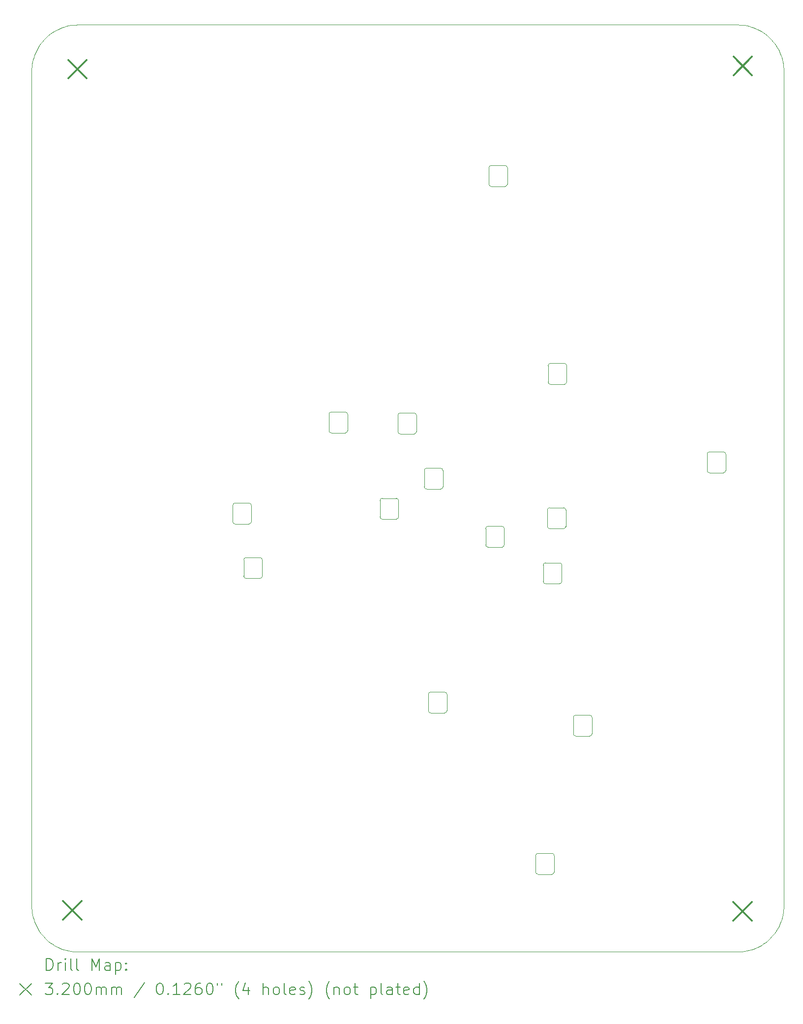
<source format=gbr>
%TF.GenerationSoftware,KiCad,Pcbnew,7.0.10*%
%TF.CreationDate,2024-02-18T18:29:23+01:00*%
%TF.ProjectId,hackerspacesnl,6861636b-6572-4737-9061-6365736e6c2e,rev?*%
%TF.SameCoordinates,Original*%
%TF.FileFunction,Drillmap*%
%TF.FilePolarity,Positive*%
%FSLAX45Y45*%
G04 Gerber Fmt 4.5, Leading zero omitted, Abs format (unit mm)*
G04 Created by KiCad (PCBNEW 7.0.10) date 2024-02-18 18:29:23*
%MOMM*%
%LPD*%
G01*
G04 APERTURE LIST*
%ADD10C,0.100000*%
%ADD11C,0.050000*%
%ADD12C,0.200000*%
%ADD13C,0.320000*%
G04 APERTURE END LIST*
D10*
X3223937Y-3686033D02*
X3224970Y-3644873D01*
X3223937Y-18041127D02*
X3223937Y-3686033D01*
X3224970Y-3644873D02*
X3228036Y-3604267D01*
X3224970Y-18082286D02*
X3223937Y-18041127D01*
X3228036Y-3604267D02*
X3233086Y-3564265D01*
X3228036Y-18122892D02*
X3224970Y-18082286D01*
X3233086Y-3564265D02*
X3240071Y-3524915D01*
X3233086Y-18162895D02*
X3228036Y-18122892D01*
X3240071Y-3524915D02*
X3248942Y-3486267D01*
X3240071Y-18202244D02*
X3233086Y-18162895D01*
X3248942Y-3486267D02*
X3259648Y-3448371D01*
X3248942Y-18240892D02*
X3240071Y-18202244D01*
X3259648Y-3448371D02*
X3272141Y-3411276D01*
X3259648Y-18278788D02*
X3248942Y-18240892D01*
X3272141Y-3411276D02*
X3286371Y-3375031D01*
X3272141Y-18315883D02*
X3259648Y-18278788D01*
X3286371Y-3375031D02*
X3302289Y-3339685D01*
X3286371Y-18352129D02*
X3272141Y-18315883D01*
X3302289Y-3339685D02*
X3319846Y-3305288D01*
X3302289Y-18387474D02*
X3286371Y-18352129D01*
X3319846Y-3305288D02*
X3338993Y-3271890D01*
X3319846Y-18421871D02*
X3302289Y-18387474D01*
X3338993Y-3271890D02*
X3359679Y-3239539D01*
X3338993Y-18455269D02*
X3319846Y-18421871D01*
X3359679Y-3239539D02*
X3381857Y-3208285D01*
X3359679Y-18487620D02*
X3338993Y-18455269D01*
X3381857Y-3208285D02*
X3405475Y-3178177D01*
X3381857Y-18518874D02*
X3359679Y-18487620D01*
X3405475Y-3178177D02*
X3430486Y-3149266D01*
X3405475Y-18548982D02*
X3381857Y-18518874D01*
X3430486Y-3149266D02*
X3456839Y-3121599D01*
X3430486Y-18577894D02*
X3405475Y-18548982D01*
X3456839Y-3121599D02*
X3484486Y-3095226D01*
X3456839Y-18605561D02*
X3430486Y-18577894D01*
X3484486Y-3095226D02*
X3513377Y-3070197D01*
X3484486Y-18631933D02*
X3456839Y-18605561D01*
X3513377Y-3070197D02*
X3543463Y-3046562D01*
X3513377Y-18656962D02*
X3484486Y-18631933D01*
X3543463Y-3046562D02*
X3574695Y-3024368D01*
X3543463Y-18680598D02*
X3513377Y-18656962D01*
X3574695Y-3024368D02*
X3607022Y-3003667D01*
X3574695Y-18702791D02*
X3543463Y-18680598D01*
X3607022Y-3003667D02*
X3640397Y-2984507D01*
X3607022Y-18723492D02*
X3574695Y-18702791D01*
X3640397Y-2984507D02*
X3674768Y-2966937D01*
X3640397Y-18742653D02*
X3607022Y-18723492D01*
X3674768Y-2966937D02*
X3710089Y-2951007D01*
X3674768Y-18760222D02*
X3640397Y-18742653D01*
X3710089Y-2951007D02*
X3746308Y-2936767D01*
X3710089Y-18776152D02*
X3674768Y-18760222D01*
X3746308Y-2936767D02*
X3783376Y-2924265D01*
X3746308Y-18790393D02*
X3710089Y-18776152D01*
X3783376Y-2924265D02*
X3821245Y-2913551D01*
X3783376Y-18802895D02*
X3746308Y-18790393D01*
X3821245Y-2913551D02*
X3859865Y-2904674D01*
X3821245Y-18813608D02*
X3783376Y-18802895D01*
X3859865Y-2904674D02*
X3899186Y-2897684D01*
X3859865Y-18822485D02*
X3821245Y-18813608D01*
X3899186Y-2897684D02*
X3939160Y-2892630D01*
X3899186Y-18829475D02*
X3859865Y-18822485D01*
X3939160Y-2892630D02*
X3979736Y-2889562D01*
X3939160Y-18834529D02*
X3899186Y-18829475D01*
X3979736Y-2889562D02*
X4020866Y-2888528D01*
X3979736Y-18837598D02*
X3939160Y-18834529D01*
X4020866Y-2888528D02*
X4020866Y-2888528D01*
X4020866Y-2888528D02*
X4020866Y-2888528D01*
X4020866Y-2888528D02*
X15377112Y-2888528D01*
X4020866Y-18838632D02*
X3979736Y-18837598D01*
X15377112Y-2888528D02*
X15418242Y-2889562D01*
X15377112Y-18838632D02*
X4020866Y-18838632D01*
X15418242Y-2889562D02*
X15458819Y-2892630D01*
X15418242Y-18837598D02*
X15377112Y-18838632D01*
X15458819Y-2892630D02*
X15498792Y-2897684D01*
X15458819Y-18834529D02*
X15418242Y-18837598D01*
X15498792Y-2897684D02*
X15538114Y-2904674D01*
X15498792Y-18829475D02*
X15458819Y-18834529D01*
X15538114Y-2904674D02*
X15576733Y-2913551D01*
X15538114Y-18822485D02*
X15498792Y-18829475D01*
X15576733Y-2913551D02*
X15614602Y-2924265D01*
X15576733Y-18813608D02*
X15538114Y-18822485D01*
X15614602Y-2924265D02*
X15651671Y-2936767D01*
X15614602Y-18802895D02*
X15576733Y-18813608D01*
X15651671Y-2936767D02*
X15687890Y-2951007D01*
X15651671Y-18790393D02*
X15614602Y-18802895D01*
X15687890Y-2951007D02*
X15723210Y-2966937D01*
X15687890Y-18776152D02*
X15651671Y-18790393D01*
X15723210Y-2966937D02*
X15757582Y-2984507D01*
X15723210Y-18760222D02*
X15687890Y-18776152D01*
X15757582Y-2984507D02*
X15790956Y-3003667D01*
X15757582Y-18742653D02*
X15723210Y-18760222D01*
X15790956Y-3003667D02*
X15823284Y-3024368D01*
X15790956Y-18723492D02*
X15757582Y-18742653D01*
X15823284Y-3024368D02*
X15854515Y-3046562D01*
X15823284Y-18702791D02*
X15790956Y-18723492D01*
X15854515Y-3046562D02*
X15884601Y-3070197D01*
X15854515Y-18680598D02*
X15823284Y-18702791D01*
X15884601Y-3070197D02*
X15913492Y-3095226D01*
X15884601Y-18656962D02*
X15854515Y-18680598D01*
X15913492Y-3095226D02*
X15941139Y-3121599D01*
X15913492Y-18631933D02*
X15884601Y-18656962D01*
X15941139Y-3121599D02*
X15967493Y-3149266D01*
X15941139Y-18605561D02*
X15913492Y-18631933D01*
X15967493Y-3149266D02*
X15992504Y-3178177D01*
X15967493Y-18577894D02*
X15941139Y-18605561D01*
X15992504Y-3178177D02*
X16016122Y-3208285D01*
X15992504Y-18548982D02*
X15967493Y-18577894D01*
X16016122Y-3208285D02*
X16038299Y-3239539D01*
X16016122Y-18518874D02*
X15992504Y-18548982D01*
X16038299Y-3239539D02*
X16058986Y-3271890D01*
X16038299Y-18487620D02*
X16016122Y-18518874D01*
X16058986Y-3271890D02*
X16078132Y-3305288D01*
X16058986Y-18455269D02*
X16038299Y-18487620D01*
X16078132Y-3305288D02*
X16095689Y-3339685D01*
X16078132Y-18421871D02*
X16058986Y-18455269D01*
X16095689Y-3339685D02*
X16111608Y-3375031D01*
X16095689Y-18387474D02*
X16078132Y-18421871D01*
X16111608Y-3375031D02*
X16125838Y-3411276D01*
X16111608Y-18352129D02*
X16095689Y-18387474D01*
X16125838Y-3411276D02*
X16138331Y-3448371D01*
X16125838Y-18315883D02*
X16111608Y-18352129D01*
X16138331Y-3448371D02*
X16149037Y-3486267D01*
X16138331Y-18278788D02*
X16125838Y-18315883D01*
X16149037Y-3486267D02*
X16157907Y-3524915D01*
X16149037Y-18240892D02*
X16138331Y-18278788D01*
X16157907Y-3524915D02*
X16164892Y-3564265D01*
X16157907Y-18202244D02*
X16149037Y-18240892D01*
X16164892Y-3564265D02*
X16169943Y-3604267D01*
X16164892Y-18162895D02*
X16157907Y-18202244D01*
X16169943Y-3604267D02*
X16173009Y-3644873D01*
X16169943Y-18122892D02*
X16164892Y-18162895D01*
X16173009Y-3644873D02*
X16174042Y-3686033D01*
X16173009Y-18082286D02*
X16169943Y-18122892D01*
X16174042Y-3686033D02*
X16174042Y-18041127D01*
X16174042Y-18041127D02*
X16173009Y-18082286D01*
D11*
X9501744Y-11394608D02*
X9261744Y-11394608D01*
X9221744Y-11354608D02*
X9221744Y-11074608D01*
X9541744Y-11354608D02*
X9541744Y-11074608D01*
X9501744Y-11034608D02*
X9261744Y-11034608D01*
X9221744Y-11354608D02*
G75*
G03*
X9261744Y-11394608I40000J0D01*
G01*
X9501744Y-11394608D02*
G75*
G03*
X9541744Y-11354608I0J40000D01*
G01*
X9261744Y-11034608D02*
G75*
G03*
X9221744Y-11074608I0J-40000D01*
G01*
X9541744Y-11074608D02*
G75*
G03*
X9501744Y-11034608I-40000J0D01*
G01*
X7155800Y-12413910D02*
X6915800Y-12413910D01*
X6875800Y-12373910D02*
X6875800Y-12093910D01*
X7195800Y-12373910D02*
X7195800Y-12093910D01*
X7155800Y-12053910D02*
X6915800Y-12053910D01*
X6875800Y-12373910D02*
G75*
G03*
X6915800Y-12413910I40000J0D01*
G01*
X7155800Y-12413910D02*
G75*
G03*
X7195800Y-12373910I0J40000D01*
G01*
X6915800Y-12053910D02*
G75*
G03*
X6875800Y-12093910I0J-40000D01*
G01*
X7195800Y-12093910D02*
G75*
G03*
X7155800Y-12053910I-40000J0D01*
G01*
X12395910Y-9074240D02*
X12155910Y-9074240D01*
X12115910Y-9034240D02*
X12115910Y-8754240D01*
X12435910Y-9034240D02*
X12435910Y-8754240D01*
X12395910Y-8714240D02*
X12155910Y-8714240D01*
X12115910Y-9034240D02*
G75*
G03*
X12155910Y-9074240I40000J0D01*
G01*
X12395910Y-9074240D02*
G75*
G03*
X12435910Y-9034240I0J40000D01*
G01*
X12155910Y-8714240D02*
G75*
G03*
X12115910Y-8754240I0J-40000D01*
G01*
X12435910Y-8754240D02*
G75*
G03*
X12395910Y-8714240I-40000J0D01*
G01*
X12383210Y-11557090D02*
X12143210Y-11557090D01*
X12103210Y-11517090D02*
X12103210Y-11237090D01*
X12423210Y-11517090D02*
X12423210Y-11237090D01*
X12383210Y-11197090D02*
X12143210Y-11197090D01*
X12103210Y-11517090D02*
G75*
G03*
X12143210Y-11557090I40000J0D01*
G01*
X12383210Y-11557090D02*
G75*
G03*
X12423210Y-11517090I0J40000D01*
G01*
X12143210Y-11197090D02*
G75*
G03*
X12103210Y-11237090I0J-40000D01*
G01*
X12423210Y-11237090D02*
G75*
G03*
X12383210Y-11197090I-40000J0D01*
G01*
X11321490Y-11875860D02*
X11081490Y-11875860D01*
X11041490Y-11835860D02*
X11041490Y-11555860D01*
X11361490Y-11835860D02*
X11361490Y-11555860D01*
X11321490Y-11515860D02*
X11081490Y-11515860D01*
X11041490Y-11835860D02*
G75*
G03*
X11081490Y-11875860I40000J0D01*
G01*
X11321490Y-11875860D02*
G75*
G03*
X11361490Y-11835860I0J40000D01*
G01*
X11081490Y-11515860D02*
G75*
G03*
X11041490Y-11555860I0J-40000D01*
G01*
X11361490Y-11555860D02*
G75*
G03*
X11321490Y-11515860I-40000J0D01*
G01*
X10334700Y-14729550D02*
X10094700Y-14729550D01*
X10054700Y-14689550D02*
X10054700Y-14409550D01*
X10374700Y-14689550D02*
X10374700Y-14409550D01*
X10334700Y-14369550D02*
X10094700Y-14369550D01*
X10054700Y-14689550D02*
G75*
G03*
X10094700Y-14729550I40000J0D01*
G01*
X10334700Y-14729550D02*
G75*
G03*
X10374700Y-14689550I0J40000D01*
G01*
X10094700Y-14369550D02*
G75*
G03*
X10054700Y-14409550I0J-40000D01*
G01*
X10374700Y-14409550D02*
G75*
G03*
X10334700Y-14369550I-40000J0D01*
G01*
X9810190Y-9926410D02*
X9570190Y-9926410D01*
X9530190Y-9886410D02*
X9530190Y-9606410D01*
X9850190Y-9886410D02*
X9850190Y-9606410D01*
X9810190Y-9566410D02*
X9570190Y-9566410D01*
X9530190Y-9886410D02*
G75*
G03*
X9570190Y-9926410I40000J0D01*
G01*
X9810190Y-9926410D02*
G75*
G03*
X9850190Y-9886410I0J40000D01*
G01*
X9570190Y-9566410D02*
G75*
G03*
X9530190Y-9606410I0J-40000D01*
G01*
X9850190Y-9606410D02*
G75*
G03*
X9810190Y-9566410I-40000J0D01*
G01*
X15133940Y-10597048D02*
X14893940Y-10597048D01*
X14853940Y-10557048D02*
X14853940Y-10277048D01*
X15173940Y-10557048D02*
X15173940Y-10277048D01*
X15133940Y-10237048D02*
X14893940Y-10237048D01*
X14853940Y-10557048D02*
G75*
G03*
X14893940Y-10597048I40000J0D01*
G01*
X15133940Y-10597048D02*
G75*
G03*
X15173940Y-10557048I0J40000D01*
G01*
X14893940Y-10237048D02*
G75*
G03*
X14853940Y-10277048I0J-40000D01*
G01*
X15173940Y-10277048D02*
G75*
G03*
X15133940Y-10237048I-40000J0D01*
G01*
X12312508Y-12505604D02*
X12072508Y-12505604D01*
X12032508Y-12465604D02*
X12032508Y-12185604D01*
X12352508Y-12465604D02*
X12352508Y-12185604D01*
X12312508Y-12145604D02*
X12072508Y-12145604D01*
X12032508Y-12465604D02*
G75*
G03*
X12072508Y-12505604I40000J0D01*
G01*
X12312508Y-12505604D02*
G75*
G03*
X12352508Y-12465604I0J40000D01*
G01*
X12072508Y-12145604D02*
G75*
G03*
X12032508Y-12185604I0J-40000D01*
G01*
X12352508Y-12185604D02*
G75*
G03*
X12312508Y-12145604I-40000J0D01*
G01*
X12181280Y-17503230D02*
X11941280Y-17503230D01*
X11901280Y-17463230D02*
X11901280Y-17183230D01*
X12221280Y-17463230D02*
X12221280Y-17183230D01*
X12181280Y-17143230D02*
X11941280Y-17143230D01*
X11901280Y-17463230D02*
G75*
G03*
X11941280Y-17503230I40000J0D01*
G01*
X12181280Y-17503230D02*
G75*
G03*
X12221280Y-17463230I0J40000D01*
G01*
X11941280Y-17143230D02*
G75*
G03*
X11901280Y-17183230I0J-40000D01*
G01*
X12221280Y-17183230D02*
G75*
G03*
X12181280Y-17143230I-40000J0D01*
G01*
X8622740Y-9909900D02*
X8382740Y-9909900D01*
X8342740Y-9869900D02*
X8342740Y-9589900D01*
X8662740Y-9869900D02*
X8662740Y-9589900D01*
X8622740Y-9549900D02*
X8382740Y-9549900D01*
X8342740Y-9869900D02*
G75*
G03*
X8382740Y-9909900I40000J0D01*
G01*
X8622740Y-9909900D02*
G75*
G03*
X8662740Y-9869900I0J40000D01*
G01*
X8382740Y-9549900D02*
G75*
G03*
X8342740Y-9589900I0J-40000D01*
G01*
X8662740Y-9589900D02*
G75*
G03*
X8622740Y-9549900I-40000J0D01*
G01*
X6967750Y-11477080D02*
X6727750Y-11477080D01*
X6687750Y-11437080D02*
X6687750Y-11157080D01*
X7007750Y-11437080D02*
X7007750Y-11157080D01*
X6967750Y-11117080D02*
X6727750Y-11117080D01*
X6687750Y-11437080D02*
G75*
G03*
X6727750Y-11477080I40000J0D01*
G01*
X6967750Y-11477080D02*
G75*
G03*
X7007750Y-11437080I0J40000D01*
G01*
X6727750Y-11117080D02*
G75*
G03*
X6687750Y-11157080I0J-40000D01*
G01*
X7007750Y-11157080D02*
G75*
G03*
X6967750Y-11117080I-40000J0D01*
G01*
X10264850Y-10877640D02*
X10024850Y-10877640D01*
X9984850Y-10837640D02*
X9984850Y-10557640D01*
X10304850Y-10837640D02*
X10304850Y-10557640D01*
X10264850Y-10517640D02*
X10024850Y-10517640D01*
X9984850Y-10837640D02*
G75*
G03*
X10024850Y-10877640I40000J0D01*
G01*
X10264850Y-10877640D02*
G75*
G03*
X10304850Y-10837640I0J40000D01*
G01*
X10024850Y-10517640D02*
G75*
G03*
X9984850Y-10557640I0J-40000D01*
G01*
X10304850Y-10557640D02*
G75*
G03*
X10264850Y-10517640I-40000J0D01*
G01*
X11375920Y-5669370D02*
X11135920Y-5669370D01*
X11095920Y-5629370D02*
X11095920Y-5349370D01*
X11415920Y-5629370D02*
X11415920Y-5349370D01*
X11375920Y-5309370D02*
X11135920Y-5309370D01*
X11095920Y-5629370D02*
G75*
G03*
X11135920Y-5669370I40000J0D01*
G01*
X11375920Y-5669370D02*
G75*
G03*
X11415920Y-5629370I0J40000D01*
G01*
X11135920Y-5309370D02*
G75*
G03*
X11095920Y-5349370I0J-40000D01*
G01*
X11415920Y-5349370D02*
G75*
G03*
X11375920Y-5309370I-40000J0D01*
G01*
X12831520Y-15125790D02*
X12591520Y-15125790D01*
X12551520Y-15085790D02*
X12551520Y-14805790D01*
X12871520Y-15085790D02*
X12871520Y-14805790D01*
X12831520Y-14765790D02*
X12591520Y-14765790D01*
X12551520Y-15085790D02*
G75*
G03*
X12591520Y-15125790I40000J0D01*
G01*
X12831520Y-15125790D02*
G75*
G03*
X12871520Y-15085790I0J40000D01*
G01*
X12591520Y-14765790D02*
G75*
G03*
X12551520Y-14805790I0J-40000D01*
G01*
X12871520Y-14805790D02*
G75*
G03*
X12831520Y-14765790I-40000J0D01*
G01*
D12*
D13*
X3762268Y-17964932D02*
X4082268Y-18284932D01*
X4082268Y-17964932D02*
X3762268Y-18284932D01*
X3853708Y-3492012D02*
X4173708Y-3812012D01*
X4173708Y-3492012D02*
X3853708Y-3812012D01*
X15305044Y-17982712D02*
X15625044Y-18302712D01*
X15625044Y-17982712D02*
X15305044Y-18302712D01*
X15308092Y-3439180D02*
X15628092Y-3759180D01*
X15628092Y-3439180D02*
X15308092Y-3759180D01*
D12*
X3479714Y-19155115D02*
X3479714Y-18955115D01*
X3479714Y-18955115D02*
X3527333Y-18955115D01*
X3527333Y-18955115D02*
X3555904Y-18964639D01*
X3555904Y-18964639D02*
X3574952Y-18983687D01*
X3574952Y-18983687D02*
X3584475Y-19002734D01*
X3584475Y-19002734D02*
X3593999Y-19040830D01*
X3593999Y-19040830D02*
X3593999Y-19069401D01*
X3593999Y-19069401D02*
X3584475Y-19107496D01*
X3584475Y-19107496D02*
X3574952Y-19126544D01*
X3574952Y-19126544D02*
X3555904Y-19145592D01*
X3555904Y-19145592D02*
X3527333Y-19155115D01*
X3527333Y-19155115D02*
X3479714Y-19155115D01*
X3679714Y-19155115D02*
X3679714Y-19021782D01*
X3679714Y-19059877D02*
X3689237Y-19040830D01*
X3689237Y-19040830D02*
X3698761Y-19031306D01*
X3698761Y-19031306D02*
X3717809Y-19021782D01*
X3717809Y-19021782D02*
X3736856Y-19021782D01*
X3803523Y-19155115D02*
X3803523Y-19021782D01*
X3803523Y-18955115D02*
X3793999Y-18964639D01*
X3793999Y-18964639D02*
X3803523Y-18974163D01*
X3803523Y-18974163D02*
X3813047Y-18964639D01*
X3813047Y-18964639D02*
X3803523Y-18955115D01*
X3803523Y-18955115D02*
X3803523Y-18974163D01*
X3927333Y-19155115D02*
X3908285Y-19145592D01*
X3908285Y-19145592D02*
X3898761Y-19126544D01*
X3898761Y-19126544D02*
X3898761Y-18955115D01*
X4032094Y-19155115D02*
X4013047Y-19145592D01*
X4013047Y-19145592D02*
X4003523Y-19126544D01*
X4003523Y-19126544D02*
X4003523Y-18955115D01*
X4260666Y-19155115D02*
X4260666Y-18955115D01*
X4260666Y-18955115D02*
X4327333Y-19097972D01*
X4327333Y-19097972D02*
X4393999Y-18955115D01*
X4393999Y-18955115D02*
X4393999Y-19155115D01*
X4574952Y-19155115D02*
X4574952Y-19050353D01*
X4574952Y-19050353D02*
X4565428Y-19031306D01*
X4565428Y-19031306D02*
X4546380Y-19021782D01*
X4546380Y-19021782D02*
X4508285Y-19021782D01*
X4508285Y-19021782D02*
X4489237Y-19031306D01*
X4574952Y-19145592D02*
X4555904Y-19155115D01*
X4555904Y-19155115D02*
X4508285Y-19155115D01*
X4508285Y-19155115D02*
X4489237Y-19145592D01*
X4489237Y-19145592D02*
X4479714Y-19126544D01*
X4479714Y-19126544D02*
X4479714Y-19107496D01*
X4479714Y-19107496D02*
X4489237Y-19088449D01*
X4489237Y-19088449D02*
X4508285Y-19078925D01*
X4508285Y-19078925D02*
X4555904Y-19078925D01*
X4555904Y-19078925D02*
X4574952Y-19069401D01*
X4670190Y-19021782D02*
X4670190Y-19221782D01*
X4670190Y-19031306D02*
X4689237Y-19021782D01*
X4689237Y-19021782D02*
X4727333Y-19021782D01*
X4727333Y-19021782D02*
X4746380Y-19031306D01*
X4746380Y-19031306D02*
X4755904Y-19040830D01*
X4755904Y-19040830D02*
X4765428Y-19059877D01*
X4765428Y-19059877D02*
X4765428Y-19117020D01*
X4765428Y-19117020D02*
X4755904Y-19136068D01*
X4755904Y-19136068D02*
X4746380Y-19145592D01*
X4746380Y-19145592D02*
X4727333Y-19155115D01*
X4727333Y-19155115D02*
X4689237Y-19155115D01*
X4689237Y-19155115D02*
X4670190Y-19145592D01*
X4851142Y-19136068D02*
X4860666Y-19145592D01*
X4860666Y-19145592D02*
X4851142Y-19155115D01*
X4851142Y-19155115D02*
X4841618Y-19145592D01*
X4841618Y-19145592D02*
X4851142Y-19136068D01*
X4851142Y-19136068D02*
X4851142Y-19155115D01*
X4851142Y-19031306D02*
X4860666Y-19040830D01*
X4860666Y-19040830D02*
X4851142Y-19050353D01*
X4851142Y-19050353D02*
X4841618Y-19040830D01*
X4841618Y-19040830D02*
X4851142Y-19031306D01*
X4851142Y-19031306D02*
X4851142Y-19050353D01*
X3018937Y-19383632D02*
X3218937Y-19583632D01*
X3218937Y-19383632D02*
X3018937Y-19583632D01*
X3460666Y-19375115D02*
X3584475Y-19375115D01*
X3584475Y-19375115D02*
X3517809Y-19451306D01*
X3517809Y-19451306D02*
X3546380Y-19451306D01*
X3546380Y-19451306D02*
X3565428Y-19460830D01*
X3565428Y-19460830D02*
X3574952Y-19470353D01*
X3574952Y-19470353D02*
X3584475Y-19489401D01*
X3584475Y-19489401D02*
X3584475Y-19537020D01*
X3584475Y-19537020D02*
X3574952Y-19556068D01*
X3574952Y-19556068D02*
X3565428Y-19565592D01*
X3565428Y-19565592D02*
X3546380Y-19575115D01*
X3546380Y-19575115D02*
X3489237Y-19575115D01*
X3489237Y-19575115D02*
X3470190Y-19565592D01*
X3470190Y-19565592D02*
X3460666Y-19556068D01*
X3670190Y-19556068D02*
X3679714Y-19565592D01*
X3679714Y-19565592D02*
X3670190Y-19575115D01*
X3670190Y-19575115D02*
X3660666Y-19565592D01*
X3660666Y-19565592D02*
X3670190Y-19556068D01*
X3670190Y-19556068D02*
X3670190Y-19575115D01*
X3755904Y-19394163D02*
X3765428Y-19384639D01*
X3765428Y-19384639D02*
X3784475Y-19375115D01*
X3784475Y-19375115D02*
X3832095Y-19375115D01*
X3832095Y-19375115D02*
X3851142Y-19384639D01*
X3851142Y-19384639D02*
X3860666Y-19394163D01*
X3860666Y-19394163D02*
X3870190Y-19413211D01*
X3870190Y-19413211D02*
X3870190Y-19432258D01*
X3870190Y-19432258D02*
X3860666Y-19460830D01*
X3860666Y-19460830D02*
X3746380Y-19575115D01*
X3746380Y-19575115D02*
X3870190Y-19575115D01*
X3993999Y-19375115D02*
X4013047Y-19375115D01*
X4013047Y-19375115D02*
X4032095Y-19384639D01*
X4032095Y-19384639D02*
X4041618Y-19394163D01*
X4041618Y-19394163D02*
X4051142Y-19413211D01*
X4051142Y-19413211D02*
X4060666Y-19451306D01*
X4060666Y-19451306D02*
X4060666Y-19498925D01*
X4060666Y-19498925D02*
X4051142Y-19537020D01*
X4051142Y-19537020D02*
X4041618Y-19556068D01*
X4041618Y-19556068D02*
X4032095Y-19565592D01*
X4032095Y-19565592D02*
X4013047Y-19575115D01*
X4013047Y-19575115D02*
X3993999Y-19575115D01*
X3993999Y-19575115D02*
X3974952Y-19565592D01*
X3974952Y-19565592D02*
X3965428Y-19556068D01*
X3965428Y-19556068D02*
X3955904Y-19537020D01*
X3955904Y-19537020D02*
X3946380Y-19498925D01*
X3946380Y-19498925D02*
X3946380Y-19451306D01*
X3946380Y-19451306D02*
X3955904Y-19413211D01*
X3955904Y-19413211D02*
X3965428Y-19394163D01*
X3965428Y-19394163D02*
X3974952Y-19384639D01*
X3974952Y-19384639D02*
X3993999Y-19375115D01*
X4184475Y-19375115D02*
X4203523Y-19375115D01*
X4203523Y-19375115D02*
X4222571Y-19384639D01*
X4222571Y-19384639D02*
X4232095Y-19394163D01*
X4232095Y-19394163D02*
X4241618Y-19413211D01*
X4241618Y-19413211D02*
X4251142Y-19451306D01*
X4251142Y-19451306D02*
X4251142Y-19498925D01*
X4251142Y-19498925D02*
X4241618Y-19537020D01*
X4241618Y-19537020D02*
X4232095Y-19556068D01*
X4232095Y-19556068D02*
X4222571Y-19565592D01*
X4222571Y-19565592D02*
X4203523Y-19575115D01*
X4203523Y-19575115D02*
X4184475Y-19575115D01*
X4184475Y-19575115D02*
X4165428Y-19565592D01*
X4165428Y-19565592D02*
X4155904Y-19556068D01*
X4155904Y-19556068D02*
X4146380Y-19537020D01*
X4146380Y-19537020D02*
X4136856Y-19498925D01*
X4136856Y-19498925D02*
X4136856Y-19451306D01*
X4136856Y-19451306D02*
X4146380Y-19413211D01*
X4146380Y-19413211D02*
X4155904Y-19394163D01*
X4155904Y-19394163D02*
X4165428Y-19384639D01*
X4165428Y-19384639D02*
X4184475Y-19375115D01*
X4336857Y-19575115D02*
X4336857Y-19441782D01*
X4336857Y-19460830D02*
X4346380Y-19451306D01*
X4346380Y-19451306D02*
X4365428Y-19441782D01*
X4365428Y-19441782D02*
X4393999Y-19441782D01*
X4393999Y-19441782D02*
X4413047Y-19451306D01*
X4413047Y-19451306D02*
X4422571Y-19470353D01*
X4422571Y-19470353D02*
X4422571Y-19575115D01*
X4422571Y-19470353D02*
X4432095Y-19451306D01*
X4432095Y-19451306D02*
X4451142Y-19441782D01*
X4451142Y-19441782D02*
X4479714Y-19441782D01*
X4479714Y-19441782D02*
X4498761Y-19451306D01*
X4498761Y-19451306D02*
X4508285Y-19470353D01*
X4508285Y-19470353D02*
X4508285Y-19575115D01*
X4603523Y-19575115D02*
X4603523Y-19441782D01*
X4603523Y-19460830D02*
X4613047Y-19451306D01*
X4613047Y-19451306D02*
X4632095Y-19441782D01*
X4632095Y-19441782D02*
X4660666Y-19441782D01*
X4660666Y-19441782D02*
X4679714Y-19451306D01*
X4679714Y-19451306D02*
X4689238Y-19470353D01*
X4689238Y-19470353D02*
X4689238Y-19575115D01*
X4689238Y-19470353D02*
X4698761Y-19451306D01*
X4698761Y-19451306D02*
X4717809Y-19441782D01*
X4717809Y-19441782D02*
X4746380Y-19441782D01*
X4746380Y-19441782D02*
X4765428Y-19451306D01*
X4765428Y-19451306D02*
X4774952Y-19470353D01*
X4774952Y-19470353D02*
X4774952Y-19575115D01*
X5165428Y-19365592D02*
X4994000Y-19622734D01*
X5422571Y-19375115D02*
X5441619Y-19375115D01*
X5441619Y-19375115D02*
X5460666Y-19384639D01*
X5460666Y-19384639D02*
X5470190Y-19394163D01*
X5470190Y-19394163D02*
X5479714Y-19413211D01*
X5479714Y-19413211D02*
X5489238Y-19451306D01*
X5489238Y-19451306D02*
X5489238Y-19498925D01*
X5489238Y-19498925D02*
X5479714Y-19537020D01*
X5479714Y-19537020D02*
X5470190Y-19556068D01*
X5470190Y-19556068D02*
X5460666Y-19565592D01*
X5460666Y-19565592D02*
X5441619Y-19575115D01*
X5441619Y-19575115D02*
X5422571Y-19575115D01*
X5422571Y-19575115D02*
X5403523Y-19565592D01*
X5403523Y-19565592D02*
X5394000Y-19556068D01*
X5394000Y-19556068D02*
X5384476Y-19537020D01*
X5384476Y-19537020D02*
X5374952Y-19498925D01*
X5374952Y-19498925D02*
X5374952Y-19451306D01*
X5374952Y-19451306D02*
X5384476Y-19413211D01*
X5384476Y-19413211D02*
X5394000Y-19394163D01*
X5394000Y-19394163D02*
X5403523Y-19384639D01*
X5403523Y-19384639D02*
X5422571Y-19375115D01*
X5574952Y-19556068D02*
X5584476Y-19565592D01*
X5584476Y-19565592D02*
X5574952Y-19575115D01*
X5574952Y-19575115D02*
X5565428Y-19565592D01*
X5565428Y-19565592D02*
X5574952Y-19556068D01*
X5574952Y-19556068D02*
X5574952Y-19575115D01*
X5774952Y-19575115D02*
X5660666Y-19575115D01*
X5717809Y-19575115D02*
X5717809Y-19375115D01*
X5717809Y-19375115D02*
X5698761Y-19403687D01*
X5698761Y-19403687D02*
X5679714Y-19422734D01*
X5679714Y-19422734D02*
X5660666Y-19432258D01*
X5851142Y-19394163D02*
X5860666Y-19384639D01*
X5860666Y-19384639D02*
X5879714Y-19375115D01*
X5879714Y-19375115D02*
X5927333Y-19375115D01*
X5927333Y-19375115D02*
X5946380Y-19384639D01*
X5946380Y-19384639D02*
X5955904Y-19394163D01*
X5955904Y-19394163D02*
X5965428Y-19413211D01*
X5965428Y-19413211D02*
X5965428Y-19432258D01*
X5965428Y-19432258D02*
X5955904Y-19460830D01*
X5955904Y-19460830D02*
X5841619Y-19575115D01*
X5841619Y-19575115D02*
X5965428Y-19575115D01*
X6136857Y-19375115D02*
X6098761Y-19375115D01*
X6098761Y-19375115D02*
X6079714Y-19384639D01*
X6079714Y-19384639D02*
X6070190Y-19394163D01*
X6070190Y-19394163D02*
X6051142Y-19422734D01*
X6051142Y-19422734D02*
X6041619Y-19460830D01*
X6041619Y-19460830D02*
X6041619Y-19537020D01*
X6041619Y-19537020D02*
X6051142Y-19556068D01*
X6051142Y-19556068D02*
X6060666Y-19565592D01*
X6060666Y-19565592D02*
X6079714Y-19575115D01*
X6079714Y-19575115D02*
X6117809Y-19575115D01*
X6117809Y-19575115D02*
X6136857Y-19565592D01*
X6136857Y-19565592D02*
X6146380Y-19556068D01*
X6146380Y-19556068D02*
X6155904Y-19537020D01*
X6155904Y-19537020D02*
X6155904Y-19489401D01*
X6155904Y-19489401D02*
X6146380Y-19470353D01*
X6146380Y-19470353D02*
X6136857Y-19460830D01*
X6136857Y-19460830D02*
X6117809Y-19451306D01*
X6117809Y-19451306D02*
X6079714Y-19451306D01*
X6079714Y-19451306D02*
X6060666Y-19460830D01*
X6060666Y-19460830D02*
X6051142Y-19470353D01*
X6051142Y-19470353D02*
X6041619Y-19489401D01*
X6279714Y-19375115D02*
X6298761Y-19375115D01*
X6298761Y-19375115D02*
X6317809Y-19384639D01*
X6317809Y-19384639D02*
X6327333Y-19394163D01*
X6327333Y-19394163D02*
X6336857Y-19413211D01*
X6336857Y-19413211D02*
X6346380Y-19451306D01*
X6346380Y-19451306D02*
X6346380Y-19498925D01*
X6346380Y-19498925D02*
X6336857Y-19537020D01*
X6336857Y-19537020D02*
X6327333Y-19556068D01*
X6327333Y-19556068D02*
X6317809Y-19565592D01*
X6317809Y-19565592D02*
X6298761Y-19575115D01*
X6298761Y-19575115D02*
X6279714Y-19575115D01*
X6279714Y-19575115D02*
X6260666Y-19565592D01*
X6260666Y-19565592D02*
X6251142Y-19556068D01*
X6251142Y-19556068D02*
X6241619Y-19537020D01*
X6241619Y-19537020D02*
X6232095Y-19498925D01*
X6232095Y-19498925D02*
X6232095Y-19451306D01*
X6232095Y-19451306D02*
X6241619Y-19413211D01*
X6241619Y-19413211D02*
X6251142Y-19394163D01*
X6251142Y-19394163D02*
X6260666Y-19384639D01*
X6260666Y-19384639D02*
X6279714Y-19375115D01*
X6422571Y-19375115D02*
X6422571Y-19413211D01*
X6498761Y-19375115D02*
X6498761Y-19413211D01*
X6794000Y-19651306D02*
X6784476Y-19641782D01*
X6784476Y-19641782D02*
X6765428Y-19613211D01*
X6765428Y-19613211D02*
X6755904Y-19594163D01*
X6755904Y-19594163D02*
X6746381Y-19565592D01*
X6746381Y-19565592D02*
X6736857Y-19517972D01*
X6736857Y-19517972D02*
X6736857Y-19479877D01*
X6736857Y-19479877D02*
X6746381Y-19432258D01*
X6746381Y-19432258D02*
X6755904Y-19403687D01*
X6755904Y-19403687D02*
X6765428Y-19384639D01*
X6765428Y-19384639D02*
X6784476Y-19356068D01*
X6784476Y-19356068D02*
X6794000Y-19346544D01*
X6955904Y-19441782D02*
X6955904Y-19575115D01*
X6908285Y-19365592D02*
X6860666Y-19508449D01*
X6860666Y-19508449D02*
X6984476Y-19508449D01*
X7213047Y-19575115D02*
X7213047Y-19375115D01*
X7298762Y-19575115D02*
X7298762Y-19470353D01*
X7298762Y-19470353D02*
X7289238Y-19451306D01*
X7289238Y-19451306D02*
X7270190Y-19441782D01*
X7270190Y-19441782D02*
X7241619Y-19441782D01*
X7241619Y-19441782D02*
X7222571Y-19451306D01*
X7222571Y-19451306D02*
X7213047Y-19460830D01*
X7422571Y-19575115D02*
X7403523Y-19565592D01*
X7403523Y-19565592D02*
X7394000Y-19556068D01*
X7394000Y-19556068D02*
X7384476Y-19537020D01*
X7384476Y-19537020D02*
X7384476Y-19479877D01*
X7384476Y-19479877D02*
X7394000Y-19460830D01*
X7394000Y-19460830D02*
X7403523Y-19451306D01*
X7403523Y-19451306D02*
X7422571Y-19441782D01*
X7422571Y-19441782D02*
X7451143Y-19441782D01*
X7451143Y-19441782D02*
X7470190Y-19451306D01*
X7470190Y-19451306D02*
X7479714Y-19460830D01*
X7479714Y-19460830D02*
X7489238Y-19479877D01*
X7489238Y-19479877D02*
X7489238Y-19537020D01*
X7489238Y-19537020D02*
X7479714Y-19556068D01*
X7479714Y-19556068D02*
X7470190Y-19565592D01*
X7470190Y-19565592D02*
X7451143Y-19575115D01*
X7451143Y-19575115D02*
X7422571Y-19575115D01*
X7603523Y-19575115D02*
X7584476Y-19565592D01*
X7584476Y-19565592D02*
X7574952Y-19546544D01*
X7574952Y-19546544D02*
X7574952Y-19375115D01*
X7755904Y-19565592D02*
X7736857Y-19575115D01*
X7736857Y-19575115D02*
X7698762Y-19575115D01*
X7698762Y-19575115D02*
X7679714Y-19565592D01*
X7679714Y-19565592D02*
X7670190Y-19546544D01*
X7670190Y-19546544D02*
X7670190Y-19470353D01*
X7670190Y-19470353D02*
X7679714Y-19451306D01*
X7679714Y-19451306D02*
X7698762Y-19441782D01*
X7698762Y-19441782D02*
X7736857Y-19441782D01*
X7736857Y-19441782D02*
X7755904Y-19451306D01*
X7755904Y-19451306D02*
X7765428Y-19470353D01*
X7765428Y-19470353D02*
X7765428Y-19489401D01*
X7765428Y-19489401D02*
X7670190Y-19508449D01*
X7841619Y-19565592D02*
X7860666Y-19575115D01*
X7860666Y-19575115D02*
X7898762Y-19575115D01*
X7898762Y-19575115D02*
X7917809Y-19565592D01*
X7917809Y-19565592D02*
X7927333Y-19546544D01*
X7927333Y-19546544D02*
X7927333Y-19537020D01*
X7927333Y-19537020D02*
X7917809Y-19517972D01*
X7917809Y-19517972D02*
X7898762Y-19508449D01*
X7898762Y-19508449D02*
X7870190Y-19508449D01*
X7870190Y-19508449D02*
X7851143Y-19498925D01*
X7851143Y-19498925D02*
X7841619Y-19479877D01*
X7841619Y-19479877D02*
X7841619Y-19470353D01*
X7841619Y-19470353D02*
X7851143Y-19451306D01*
X7851143Y-19451306D02*
X7870190Y-19441782D01*
X7870190Y-19441782D02*
X7898762Y-19441782D01*
X7898762Y-19441782D02*
X7917809Y-19451306D01*
X7994000Y-19651306D02*
X8003524Y-19641782D01*
X8003524Y-19641782D02*
X8022571Y-19613211D01*
X8022571Y-19613211D02*
X8032095Y-19594163D01*
X8032095Y-19594163D02*
X8041619Y-19565592D01*
X8041619Y-19565592D02*
X8051143Y-19517972D01*
X8051143Y-19517972D02*
X8051143Y-19479877D01*
X8051143Y-19479877D02*
X8041619Y-19432258D01*
X8041619Y-19432258D02*
X8032095Y-19403687D01*
X8032095Y-19403687D02*
X8022571Y-19384639D01*
X8022571Y-19384639D02*
X8003524Y-19356068D01*
X8003524Y-19356068D02*
X7994000Y-19346544D01*
X8355905Y-19651306D02*
X8346381Y-19641782D01*
X8346381Y-19641782D02*
X8327333Y-19613211D01*
X8327333Y-19613211D02*
X8317809Y-19594163D01*
X8317809Y-19594163D02*
X8308285Y-19565592D01*
X8308285Y-19565592D02*
X8298762Y-19517972D01*
X8298762Y-19517972D02*
X8298762Y-19479877D01*
X8298762Y-19479877D02*
X8308285Y-19432258D01*
X8308285Y-19432258D02*
X8317809Y-19403687D01*
X8317809Y-19403687D02*
X8327333Y-19384639D01*
X8327333Y-19384639D02*
X8346381Y-19356068D01*
X8346381Y-19356068D02*
X8355905Y-19346544D01*
X8432095Y-19441782D02*
X8432095Y-19575115D01*
X8432095Y-19460830D02*
X8441619Y-19451306D01*
X8441619Y-19451306D02*
X8460666Y-19441782D01*
X8460666Y-19441782D02*
X8489238Y-19441782D01*
X8489238Y-19441782D02*
X8508286Y-19451306D01*
X8508286Y-19451306D02*
X8517809Y-19470353D01*
X8517809Y-19470353D02*
X8517809Y-19575115D01*
X8641619Y-19575115D02*
X8622571Y-19565592D01*
X8622571Y-19565592D02*
X8613047Y-19556068D01*
X8613047Y-19556068D02*
X8603524Y-19537020D01*
X8603524Y-19537020D02*
X8603524Y-19479877D01*
X8603524Y-19479877D02*
X8613047Y-19460830D01*
X8613047Y-19460830D02*
X8622571Y-19451306D01*
X8622571Y-19451306D02*
X8641619Y-19441782D01*
X8641619Y-19441782D02*
X8670190Y-19441782D01*
X8670190Y-19441782D02*
X8689238Y-19451306D01*
X8689238Y-19451306D02*
X8698762Y-19460830D01*
X8698762Y-19460830D02*
X8708286Y-19479877D01*
X8708286Y-19479877D02*
X8708286Y-19537020D01*
X8708286Y-19537020D02*
X8698762Y-19556068D01*
X8698762Y-19556068D02*
X8689238Y-19565592D01*
X8689238Y-19565592D02*
X8670190Y-19575115D01*
X8670190Y-19575115D02*
X8641619Y-19575115D01*
X8765428Y-19441782D02*
X8841619Y-19441782D01*
X8794000Y-19375115D02*
X8794000Y-19546544D01*
X8794000Y-19546544D02*
X8803524Y-19565592D01*
X8803524Y-19565592D02*
X8822571Y-19575115D01*
X8822571Y-19575115D02*
X8841619Y-19575115D01*
X9060667Y-19441782D02*
X9060667Y-19641782D01*
X9060667Y-19451306D02*
X9079714Y-19441782D01*
X9079714Y-19441782D02*
X9117809Y-19441782D01*
X9117809Y-19441782D02*
X9136857Y-19451306D01*
X9136857Y-19451306D02*
X9146381Y-19460830D01*
X9146381Y-19460830D02*
X9155905Y-19479877D01*
X9155905Y-19479877D02*
X9155905Y-19537020D01*
X9155905Y-19537020D02*
X9146381Y-19556068D01*
X9146381Y-19556068D02*
X9136857Y-19565592D01*
X9136857Y-19565592D02*
X9117809Y-19575115D01*
X9117809Y-19575115D02*
X9079714Y-19575115D01*
X9079714Y-19575115D02*
X9060667Y-19565592D01*
X9270190Y-19575115D02*
X9251143Y-19565592D01*
X9251143Y-19565592D02*
X9241619Y-19546544D01*
X9241619Y-19546544D02*
X9241619Y-19375115D01*
X9432095Y-19575115D02*
X9432095Y-19470353D01*
X9432095Y-19470353D02*
X9422571Y-19451306D01*
X9422571Y-19451306D02*
X9403524Y-19441782D01*
X9403524Y-19441782D02*
X9365428Y-19441782D01*
X9365428Y-19441782D02*
X9346381Y-19451306D01*
X9432095Y-19565592D02*
X9413048Y-19575115D01*
X9413048Y-19575115D02*
X9365428Y-19575115D01*
X9365428Y-19575115D02*
X9346381Y-19565592D01*
X9346381Y-19565592D02*
X9336857Y-19546544D01*
X9336857Y-19546544D02*
X9336857Y-19527496D01*
X9336857Y-19527496D02*
X9346381Y-19508449D01*
X9346381Y-19508449D02*
X9365428Y-19498925D01*
X9365428Y-19498925D02*
X9413048Y-19498925D01*
X9413048Y-19498925D02*
X9432095Y-19489401D01*
X9498762Y-19441782D02*
X9574952Y-19441782D01*
X9527333Y-19375115D02*
X9527333Y-19546544D01*
X9527333Y-19546544D02*
X9536857Y-19565592D01*
X9536857Y-19565592D02*
X9555905Y-19575115D01*
X9555905Y-19575115D02*
X9574952Y-19575115D01*
X9717809Y-19565592D02*
X9698762Y-19575115D01*
X9698762Y-19575115D02*
X9660667Y-19575115D01*
X9660667Y-19575115D02*
X9641619Y-19565592D01*
X9641619Y-19565592D02*
X9632095Y-19546544D01*
X9632095Y-19546544D02*
X9632095Y-19470353D01*
X9632095Y-19470353D02*
X9641619Y-19451306D01*
X9641619Y-19451306D02*
X9660667Y-19441782D01*
X9660667Y-19441782D02*
X9698762Y-19441782D01*
X9698762Y-19441782D02*
X9717809Y-19451306D01*
X9717809Y-19451306D02*
X9727333Y-19470353D01*
X9727333Y-19470353D02*
X9727333Y-19489401D01*
X9727333Y-19489401D02*
X9632095Y-19508449D01*
X9898762Y-19575115D02*
X9898762Y-19375115D01*
X9898762Y-19565592D02*
X9879714Y-19575115D01*
X9879714Y-19575115D02*
X9841619Y-19575115D01*
X9841619Y-19575115D02*
X9822571Y-19565592D01*
X9822571Y-19565592D02*
X9813048Y-19556068D01*
X9813048Y-19556068D02*
X9803524Y-19537020D01*
X9803524Y-19537020D02*
X9803524Y-19479877D01*
X9803524Y-19479877D02*
X9813048Y-19460830D01*
X9813048Y-19460830D02*
X9822571Y-19451306D01*
X9822571Y-19451306D02*
X9841619Y-19441782D01*
X9841619Y-19441782D02*
X9879714Y-19441782D01*
X9879714Y-19441782D02*
X9898762Y-19451306D01*
X9974952Y-19651306D02*
X9984476Y-19641782D01*
X9984476Y-19641782D02*
X10003524Y-19613211D01*
X10003524Y-19613211D02*
X10013048Y-19594163D01*
X10013048Y-19594163D02*
X10022571Y-19565592D01*
X10022571Y-19565592D02*
X10032095Y-19517972D01*
X10032095Y-19517972D02*
X10032095Y-19479877D01*
X10032095Y-19479877D02*
X10022571Y-19432258D01*
X10022571Y-19432258D02*
X10013048Y-19403687D01*
X10013048Y-19403687D02*
X10003524Y-19384639D01*
X10003524Y-19384639D02*
X9984476Y-19356068D01*
X9984476Y-19356068D02*
X9974952Y-19346544D01*
M02*

</source>
